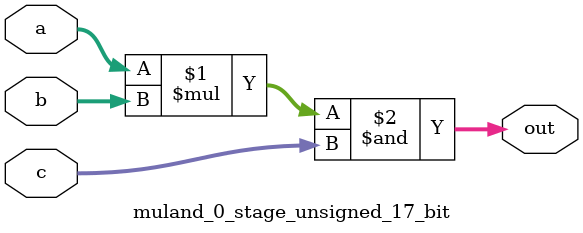
<source format=sv>
(* use_dsp = "yes" *) module muland_0_stage_unsigned_17_bit(
	input  [16:0] a,
	input  [16:0] b,
	input  [16:0] c,
	output [16:0] out
	);

	assign out = (a * b) & c;
endmodule

</source>
